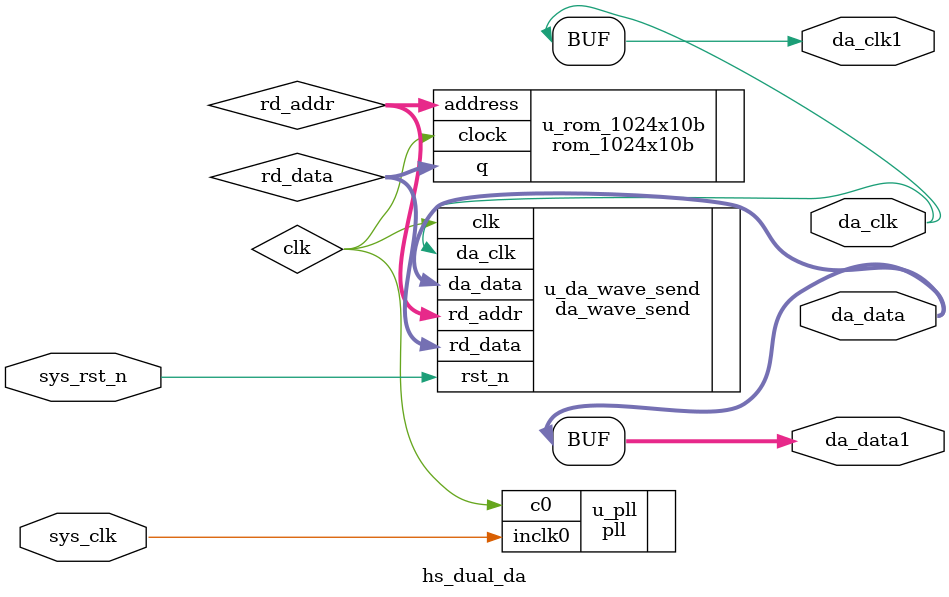
<source format=v>

module hs_dual_da(
    input                 sys_clk     ,  //系统时钟
    input                 sys_rst_n   ,  //系统复位，低电平有效
    //DA芯片接口
    output                da_clk      ,  //DA(AD9708)驱动时钟,最大支持125Mhz时钟
    output    [9:0]       da_data     ,  //输出给DA的数据

    //DA芯片接口
    output                da_clk1      ,  //DA(AD9708)驱动时钟,最大支持125Mhz时钟
    output    [9:0]       da_data1     //输出给DA的数据	 
);

//wire define 
wire      [9:0]    rd_addr;              //ROM读地址
wire      [9:0]    rd_data;              //ROM读出的数据
//*****************************************************
//**                    main code
//*****************************************************

//assign ad_clk2 = ad_clk ;

assign  da_clk1 = da_clk;
assign  da_data1 = da_data;


pll  u_pll(
	.inclk0 (sys_clk),
	.c0 (clk));

//DA数据发送
da_wave_send u_da_wave_send(
    .clk         (clk), 
    .rst_n       (sys_rst_n),
    .rd_data     (rd_data),
    .rd_addr     (rd_addr),
    .da_clk      (da_clk),  
    .da_data     (da_data)
    );

//ROM存储波形
rom_1024x10b  u_rom_1024x10b(
    .address    (rd_addr),
    .clock      (clk),
    .q          (rd_data)
    );
	 
endmodule
</source>
